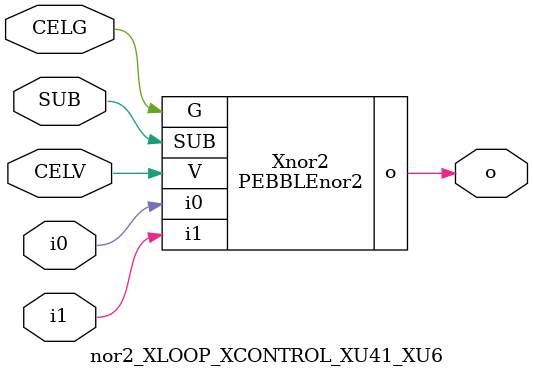
<source format=v>



module PEBBLEnor2 ( o, G, SUB, V, i0, i1 );

  input i0;
  input V;
  input i1;
  input G;
  output o;
  input SUB;
endmodule

//Celera Confidential Do Not Copy nor2_XLOOP_XCONTROL_XU41_XU6
//Celera Confidential Symbol Generator
//nor2
module nor2_XLOOP_XCONTROL_XU41_XU6 (CELV,CELG,i0,i1,o,SUB);
input CELV;
input CELG;
input i0;
input i1;
input SUB;
output o;

//Celera Confidential Do Not Copy nor2
PEBBLEnor2 Xnor2(
.V (CELV),
.i0 (i0),
.i1 (i1),
.o (o),
.SUB (SUB),
.G (CELG)
);
//,diesize,PEBBLEnor2

//Celera Confidential Do Not Copy Module End
//Celera Schematic Generator
endmodule

</source>
